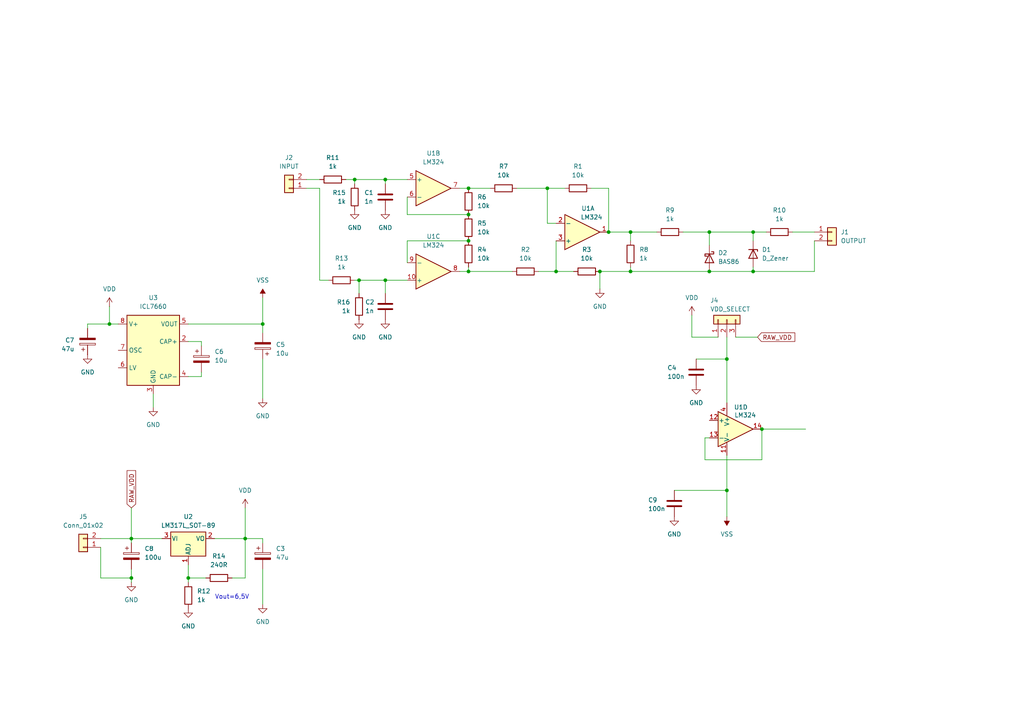
<source format=kicad_sch>
(kicad_sch (version 20231120) (generator "eeschema") (generator_version "8.0")
  (paper "A4")
  (lib_symbols
    (symbol "Amplifier_Operational:LM324" (pin_names (offset 0.127))
      (property "Reference" "U" (at 0 5.08 0))
      (property "Value" "LM324" (at 0 -5.08 0))
      (symbol "LM324_1_1"
        (polyline (pts (xy -5.08 5.08) (xy 5.08 0) (xy -5.08 -5.08) (xy -5.08 5.08)) (stroke (width 0.254)) (fill (type background)))
        (pin output line (at 7.62 0 180) (length 2.54) (name "~") (number "1"))
        (pin input line (at -7.62 -2.54 0) (length 2.54) (name "-") (number "2"))
        (pin input line (at -7.62 2.54 0) (length 2.54) (name "+") (number "3"))
      )
      (symbol "LM324_2_1"
        (polyline (pts (xy -5.08 5.08) (xy 5.08 0) (xy -5.08 -5.08) (xy -5.08 5.08)) (stroke (width 0.254)) (fill (type background)))
        (pin input line (at -7.62 2.54 0) (length 2.54) (name "+") (number "5"))
        (pin input line (at -7.62 -2.54 0) (length 2.54) (name "-") (number "6"))
        (pin output line (at 7.62 0 180) (length 2.54) (name "~") (number "7"))
      )
      (symbol "LM324_3_1"
        (polyline (pts (xy -5.08 5.08) (xy 5.08 0) (xy -5.08 -5.08) (xy -5.08 5.08)) (stroke (width 0.254)) (fill (type background)))
        (pin input line (at -7.62 2.54 0) (length 2.54) (name "+") (number "10"))
        (pin output line (at 7.62 0 180) (length 2.54) (name "~") (number "8"))
        (pin input line (at -7.62 -2.54 0) (length 2.54) (name "-") (number "9"))
      )
      (symbol "LM324_4_1"
        (polyline (pts (xy -5.08 5.08) (xy 5.08 0) (xy -5.08 -5.08) (xy -5.08 5.08)) (stroke (width 0.254)) (fill (type background)))
        (pin input line (at -7.62 2.54 0) (length 2.54) (name "+") (number "12"))
        (pin input line (at -7.62 -2.54 0) (length 2.54) (name "-") (number "13"))
        (pin output line (at 7.62 0 180) (length 2.54) (name "~") (number "14"))
      )
      (symbol "LM324_5_1"
        (pin power_in line (at -2.54 -7.62 90) (length 3.81) (name "V-") (number "11"))
        (pin power_in line (at -2.54 7.62 270) (length 3.81) (name "V+") (number "4"))
      )
    )
    (symbol "Connector_Generic:Conn_01x02" (pin_names (offset 1.016) hide)
      (property "Reference" "J" (at 0 2.54 0))
      (property "Value" "Conn_01x02" (at 0 -5.08 0))
      (symbol "Conn_01x02_1_1"
        (rectangle (start -1.27 -2.413) (end 0 -2.667) (stroke (width 0.1524)))
        (rectangle (start -1.27 0.127) (end 0 -0.127) (stroke (width 0.1524)))
        (rectangle (start -1.27 1.27) (end 1.27 -3.81) (stroke (width 0.254)) (fill (type background)))
        (pin passive line (at -5.08 0 0) (length 3.81) (name "Pin_1") (number "1"))
        (pin passive line (at -5.08 -2.54 0) (length 3.81) (name "Pin_2") (number "2"))
      )
    )
    (symbol "Connector_Generic:Conn_01x03" (pin_names (offset 1.016) hide)
      (property "Reference" "J" (at 0 5.08 0))
      (property "Value" "Conn_01x03" (at 0 -5.08 0))
      (symbol "Conn_01x03_1_1"
        (rectangle (start -1.27 -2.413) (end 0 -2.667) (stroke (width 0.1524)))
        (rectangle (start -1.27 0.127) (end 0 -0.127) (stroke (width 0.1524)))
        (rectangle (start -1.27 2.667) (end 0 2.413) (stroke (width 0.1524)))
        (rectangle (start -1.27 3.81) (end 1.27 -3.81) (stroke (width 0.254)) (fill (type background)))
        (pin passive line (at -5.08 2.54 0) (length 3.81) (name "Pin_1") (number "1"))
        (pin passive line (at -5.08 0 0) (length 3.81) (name "Pin_2") (number "2"))
        (pin passive line (at -5.08 -2.54 0) (length 3.81) (name "Pin_3") (number "3"))
      )
    )
    (symbol "Device:C" (pin_numbers hide) (pin_names (offset 0.254))
      (property "Reference" "C" (at 0.635 2.54 0))
      (property "Value" "C" (at 0.635 -2.54 0))
      (symbol "C_0_1"
        (polyline (pts (xy -2.032 -0.762) (xy 2.032 -0.762)) (stroke (width 0.508)))
        (polyline (pts (xy -2.032 0.762) (xy 2.032 0.762)) (stroke (width 0.508)))
      )
      (symbol "C_1_1"
        (pin passive line (at 0 3.81 270) (length 2.794) (name "~") (number "1"))
        (pin passive line (at 0 -3.81 90) (length 2.794) (name "~") (number "2"))
      )
    )
    (symbol "Device:C_Polarized" (pin_numbers hide) (pin_names (offset 0.254))
      (property "Reference" "C" (at 0.635 2.54 0))
      (property "Value" "C_Polarized" (at 0.635 -2.54 0))
      (symbol "C_Polarized_0_1"
        (rectangle (start -2.286 0.508) (end 2.286 1.016))
        (polyline (pts (xy -1.778 2.286) (xy -0.762 2.286)))
        (polyline (pts (xy -1.27 2.794) (xy -1.27 1.778)))
        (rectangle (start 2.286 -0.508) (end -2.286 -1.016) (fill (type outline)))
      )
      (symbol "C_Polarized_1_1"
        (pin passive line (at 0 3.81 270) (length 2.794) (name "~") (number "1"))
        (pin passive line (at 0 -3.81 90) (length 2.794) (name "~") (number "2"))
      )
    )
    (symbol "Device:D_Schottky" (pin_numbers hide) (pin_names (offset 1.016) hide)
      (property "Reference" "D" (at 0 2.54 0))
      (property "Value" "D_Schottky" (at 0 -2.54 0))
      (symbol "D_Schottky_0_1"
        (polyline (pts (xy 1.27 0) (xy -1.27 0)))
        (polyline (pts (xy 1.27 1.27) (xy 1.27 -1.27) (xy -1.27 0) (xy 1.27 1.27)) (stroke (width 0.254)))
        (polyline (pts (xy -1.905 0.635) (xy -1.905 1.27) (xy -1.27 1.27) (xy -1.27 -1.27) (xy -0.635 -1.27) (xy -0.635 -0.635)) (stroke (width 0.254)))
      )
      (symbol "D_Schottky_1_1"
        (pin passive line (at -3.81 0 0) (length 2.54) (name "K") (number "1"))
        (pin passive line (at 3.81 0 180) (length 2.54) (name "A") (number "2"))
      )
    )
    (symbol "Device:D_Zener" (pin_numbers hide) (pin_names (offset 1.016) hide)
      (property "Reference" "D" (at 0 2.54 0))
      (property "Value" "D_Zener" (at 0 -2.54 0))
      (symbol "D_Zener_0_1"
        (polyline (pts (xy 1.27 0) (xy -1.27 0)))
        (polyline (pts (xy -1.27 -1.27) (xy -1.27 1.27) (xy -0.762 1.27)) (stroke (width 0.254)))
        (polyline (pts (xy 1.27 -1.27) (xy 1.27 1.27) (xy -1.27 0) (xy 1.27 -1.27)) (stroke (width 0.254)))
      )
      (symbol "D_Zener_1_1"
        (pin passive line (at -3.81 0 0) (length 2.54) (name "K") (number "1"))
        (pin passive line (at 3.81 0 180) (length 2.54) (name "A") (number "2"))
      )
    )
    (symbol "Device:R" (pin_numbers hide) (pin_names (offset 0))
      (property "Reference" "R" (at 2.032 0 90))
      (property "Value" "R" (at 0 0 90))
      (symbol "R_0_1"
        (rectangle (start -1.016 -2.54) (end 1.016 2.54) (stroke (width 0.254)))
      )
      (symbol "R_1_1"
        (pin passive line (at 0 3.81 270) (length 1.27) (name "~") (number "1"))
        (pin passive line (at 0 -3.81 90) (length 1.27) (name "~") (number "2"))
      )
    )
    (symbol "Regulator_Linear:LM317L_SOT-89" (pin_names (offset 0.254))
      (property "Reference" "U" (at -3.81 3.175 0))
      (property "Value" "LM317L_SOT-89" (at 0 3.175 0))
      (symbol "LM317L_SOT-89_0_1"
        (rectangle (start -5.08 1.905) (end 5.08 -5.08) (stroke (width 0.254)) (fill (type background)))
      )
      (symbol "LM317L_SOT-89_1_1"
        (pin input line (at 0 -7.62 90) (length 2.54) (name "ADJ") (number "1"))
        (pin power_out line (at 7.62 0 180) (length 2.54) (name "VO") (number "2"))
        (pin power_in line (at -7.62 0 0) (length 2.54) (name "VI") (number "3"))
      )
    )
    (symbol "Regulator_SwitchedCapacitor:ICL7660"
      (property "Reference" "U" (at -6.35 11.43 0))
      (property "Value" "ICL7660" (at 3.81 11.43 0))
      (symbol "ICL7660_0_1"
        (rectangle (start -7.62 10.16) (end 7.62 -10.16) (stroke (width 0.254)) (fill (type background)))
      )
      (symbol "ICL7660_1_1"
        (pin no_connect line (at -7.62 5.08 0) (length 2.54) hide (name "NC") (number "1"))
        (pin input line (at 10.16 2.54 180) (length 2.54) (name "CAP+") (number "2"))
        (pin power_in line (at 0 -12.7 90) (length 2.54) (name "GND") (number "3"))
        (pin input line (at 10.16 -7.62 180) (length 2.54) (name "CAP-") (number "4"))
        (pin power_out line (at 10.16 7.62 180) (length 2.54) (name "VOUT") (number "5"))
        (pin input line (at -10.16 -5.08 0) (length 2.54) (name "LV") (number "6"))
        (pin input line (at -10.16 0 0) (length 2.54) (name "OSC") (number "7"))
        (pin power_in line (at -10.16 7.62 0) (length 2.54) (name "V+") (number "8"))
      )
    )
    (symbol "power:GND" (power) (pin_numbers hide) (pin_names (offset 0) hide)
      (property "Value" "GND" (at 0 -3.81 0))
      (symbol "GND_0_1"
        (polyline (pts (xy 0 0) (xy 0 -1.27) (xy 1.27 -1.27) (xy 0 -2.54) (xy -1.27 -1.27) (xy 0 -1.27)))
      )
      (symbol "GND_1_1"
        (pin power_in line (at 0 0 270) (length 0) (name "~") (number "1"))
      )
    )
    (symbol "power:VDD" (power) (pin_numbers hide) (pin_names (offset 0) hide)
      (property "Value" "VDD" (at 0 3.556 0))
      (symbol "VDD_0_1"
        (polyline (pts (xy -0.762 1.27) (xy 0 2.54)))
        (polyline (pts (xy 0 0) (xy 0 2.54)))
        (polyline (pts (xy 0 2.54) (xy 0.762 1.27)))
      )
      (symbol "VDD_1_1"
        (pin power_in line (at 0 0 90) (length 0) (name "~") (number "1"))
      )
    )
    (symbol "power:VSS" (power) (pin_numbers hide) (pin_names (offset 0) hide)
      (property "Value" "VSS" (at 0 3.556 0))
      (symbol "VSS_0_1"
        (polyline (pts (xy 0 0) (xy 0 2.54)))
        (polyline (pts (xy 0.762 1.27) (xy -0.762 1.27) (xy 0 2.54) (xy 0.762 1.27)) (fill (type outline)))
      )
      (symbol "VSS_1_1"
        (pin power_in line (at 0 0 90) (length 0) (name "~") (number "1"))
      )
    )
  )
  (junction (at 210.82 104.14))
  (junction (at 173.99 78.74))
  (junction (at 205.74 78.74))
  (junction (at 102.87 52.07))
  (junction (at 104.14 81.28))
  (junction (at 71.12 156.21))
  (junction (at 218.44 78.74))
  (junction (at 54.61 167.64))
  (junction (at 135.89 78.74))
  (junction (at 218.44 67.31))
  (junction (at 38.1 156.21))
  (junction (at 182.88 78.74))
  (junction (at 182.88 67.31))
  (junction (at 158.75 54.61))
  (junction (at 111.76 81.28))
  (junction (at 205.74 67.31))
  (junction (at 38.1 167.64))
  (junction (at 220.98 124.46))
  (junction (at 31.75 93.98))
  (junction (at 210.82 142.24))
  (junction (at 176.53 67.31))
  (junction (at 76.2 93.98))
  (junction (at 111.76 52.07))
  (junction (at 161.29 78.74))
  (junction (at 135.89 54.61))
  (junction (at 135.89 69.85))
  (junction (at 135.89 62.23))
  (wire (pts (xy 58.42 107.95) (xy 58.42 109.22)))
  (wire (pts (xy 204.47 133.35) (xy 220.98 133.35)))
  (wire (pts (xy 38.1 167.64) (xy 38.1 165.1)))
  (wire (pts (xy 133.35 54.61) (xy 135.89 54.61)))
  (wire (pts (xy 92.71 54.61) (xy 92.71 81.28)))
  (wire (pts (xy 100.33 52.07) (xy 102.87 52.07)))
  (wire (pts (xy 38.1 156.21) (xy 38.1 157.48)))
  (wire (pts (xy 218.44 78.74) (xy 236.22 78.74)))
  (wire (pts (xy 133.35 78.74) (xy 135.89 78.74)))
  (wire (pts (xy 58.42 99.06) (xy 54.61 99.06)))
  (wire (pts (xy 76.2 156.21) (xy 76.2 157.48)))
  (wire (pts (xy 29.21 156.21) (xy 38.1 156.21)))
  (wire (pts (xy 54.61 163.83) (xy 54.61 167.64)))
  (wire (pts (xy 218.44 67.31) (xy 218.44 69.85)))
  (wire (pts (xy 161.29 69.85) (xy 161.29 78.74)))
  (wire (pts (xy 176.53 54.61) (xy 176.53 67.31)))
  (wire (pts (xy 62.23 156.21) (xy 71.12 156.21)))
  (wire (pts (xy 200.66 97.79) (xy 200.66 91.44)))
  (wire (pts (xy 46.99 156.21) (xy 38.1 156.21)))
  (wire (pts (xy 229.87 67.31) (xy 236.22 67.31)))
  (wire (pts (xy 210.82 149.86) (xy 210.82 142.24)))
  (wire (pts (xy 111.76 81.28) (xy 118.11 81.28)))
  (wire (pts (xy 171.45 54.61) (xy 176.53 54.61)))
  (wire (pts (xy 54.61 167.64) (xy 54.61 168.91)))
  (wire (pts (xy 31.75 93.98) (xy 34.29 93.98)))
  (wire (pts (xy 58.42 109.22) (xy 54.61 109.22)))
  (wire (pts (xy 213.36 97.79) (xy 219.71 97.79)))
  (wire (pts (xy 173.99 78.74) (xy 182.88 78.74)))
  (wire (pts (xy 54.61 167.64) (xy 59.69 167.64)))
  (wire (pts (xy 71.12 156.21) (xy 76.2 156.21)))
  (wire (pts (xy 158.75 64.77) (xy 158.75 54.61)))
  (wire (pts (xy 182.88 67.31) (xy 182.88 69.85)))
  (wire (pts (xy 210.82 104.14) (xy 201.93 104.14)))
  (wire (pts (xy 38.1 147.32) (xy 38.1 156.21)))
  (wire (pts (xy 102.87 52.07) (xy 111.76 52.07)))
  (wire (pts (xy 218.44 78.74) (xy 205.74 78.74)))
  (wire (pts (xy 25.4 93.98) (xy 25.4 95.25)))
  (wire (pts (xy 182.88 67.31) (xy 190.5 67.31)))
  (wire (pts (xy 135.89 77.47) (xy 135.89 78.74)))
  (wire (pts (xy 149.86 54.61) (xy 158.75 54.61)))
  (wire (pts (xy 118.11 62.23) (xy 135.89 62.23)))
  (wire (pts (xy 102.87 52.07) (xy 102.87 53.34)))
  (wire (pts (xy 71.12 167.64) (xy 67.31 167.64)))
  (wire (pts (xy 218.44 77.47) (xy 218.44 78.74)))
  (wire (pts (xy 210.82 97.79) (xy 210.82 104.14)))
  (wire (pts (xy 88.9 54.61) (xy 92.71 54.61)))
  (wire (pts (xy 38.1 167.64) (xy 29.21 167.64)))
  (wire (pts (xy 156.21 78.74) (xy 161.29 78.74)))
  (wire (pts (xy 195.58 142.24) (xy 210.82 142.24)))
  (wire (pts (xy 161.29 64.77) (xy 158.75 64.77)))
  (wire (pts (xy 88.9 52.07) (xy 92.71 52.07)))
  (wire (pts (xy 220.98 124.46) (xy 233.68 124.46)))
  (wire (pts (xy 161.29 78.74) (xy 166.37 78.74)))
  (wire (pts (xy 218.44 67.31) (xy 222.25 67.31)))
  (wire (pts (xy 76.2 165.1) (xy 76.2 175.26)))
  (wire (pts (xy 173.99 78.74) (xy 173.99 83.82)))
  (wire (pts (xy 135.89 54.61) (xy 142.24 54.61)))
  (wire (pts (xy 44.45 118.11) (xy 44.45 114.3)))
  (wire (pts (xy 111.76 52.07) (xy 118.11 52.07)))
  (wire (pts (xy 158.75 54.61) (xy 163.83 54.61)))
  (wire (pts (xy 111.76 52.07) (xy 111.76 53.34)))
  (wire (pts (xy 208.28 97.79) (xy 200.66 97.79)))
  (wire (pts (xy 76.2 115.57) (xy 76.2 104.14)))
  (wire (pts (xy 54.61 93.98) (xy 76.2 93.98)))
  (wire (pts (xy 31.75 88.9) (xy 31.75 93.98)))
  (wire (pts (xy 182.88 78.74) (xy 205.74 78.74)))
  (wire (pts (xy 210.82 116.84) (xy 210.82 104.14)))
  (wire (pts (xy 118.11 69.85) (xy 135.89 69.85)))
  (wire (pts (xy 220.98 133.35) (xy 220.98 124.46)))
  (wire (pts (xy 205.74 127) (xy 204.47 127)))
  (wire (pts (xy 76.2 93.98) (xy 76.2 96.52)))
  (wire (pts (xy 104.14 81.28) (xy 104.14 85.09)))
  (wire (pts (xy 236.22 78.74) (xy 236.22 69.85)))
  (wire (pts (xy 92.71 81.28) (xy 95.25 81.28)))
  (wire (pts (xy 71.12 147.32) (xy 71.12 156.21)))
  (wire (pts (xy 58.42 100.33) (xy 58.42 99.06)))
  (wire (pts (xy 205.74 67.31) (xy 205.74 71.12)))
  (wire (pts (xy 135.89 78.74) (xy 148.59 78.74)))
  (wire (pts (xy 204.47 127) (xy 204.47 133.35)))
  (wire (pts (xy 25.4 93.98) (xy 31.75 93.98)))
  (wire (pts (xy 182.88 77.47) (xy 182.88 78.74)))
  (wire (pts (xy 104.14 81.28) (xy 111.76 81.28)))
  (wire (pts (xy 198.12 67.31) (xy 205.74 67.31)))
  (wire (pts (xy 76.2 86.36) (xy 76.2 93.98)))
  (wire (pts (xy 205.74 67.31) (xy 218.44 67.31)))
  (wire (pts (xy 71.12 156.21) (xy 71.12 167.64)))
  (wire (pts (xy 29.21 167.64) (xy 29.21 158.75)))
  (wire (pts (xy 210.82 132.08) (xy 210.82 142.24)))
  (wire (pts (xy 111.76 81.28) (xy 111.76 85.09)))
  (wire (pts (xy 102.87 81.28) (xy 104.14 81.28)))
  (wire (pts (xy 118.11 76.2) (xy 118.11 69.85)))
  (wire (pts (xy 38.1 168.91) (xy 38.1 167.64)))
  (wire (pts (xy 176.53 67.31) (xy 182.88 67.31)))
  (wire (pts (xy 118.11 57.15) (xy 118.11 62.23)))
  (text "Vout=6,5V" (at 67.31 173.228 0) (effects (font (size 1.27 1.27))))
  (global_label "RAW_VDD" (shape input) (at 219.71 97.79 0) (property "Intersheetrefs" "${INTERSHEET_REFS}" (effects (hide yes))))
  (global_label "RAW_VDD" (shape input) (at 38.1 147.32 90) (property "Intersheetrefs" "${INTERSHEET_REFS}" (effects (hide yes))))
  (symbol (lib_id "Device:D_Zener") (at 218.44 73.66 270) (unit 1)
    (property "Reference" "D1" (at 220.98 72.3899 90) (effects (justify left)))
    (property "Value" "D_Zener" (at 220.98 74.9299 90) (effects (justify left)))
    (property "Description" "Zener diode" (effects (hide yes)))
  )
  (symbol (lib_id "Regulator_Linear:LM317L_SOT-89") (at 54.61 156.21 0) (unit 1)
    (property "Reference" "U2" (at 54.61 149.86 0))
    (property "Value" "LM317L_SOT-89" (at 54.61 152.4 0))
    (property "Footprint" "Package_TO_SOT_SMD:SOT-89-3" (effects (hide yes)))
    (property "Datasheet" "http://www.ti.com/lit/ds/symlink/lm317l.pdf" (effects (hide yes)))
    (property "Description" "100mA 35V Adjustable Linear Regulator, SOT-89" (effects (hide yes)))
  )
  (symbol (lib_id "power:GND") (at 54.61 176.53 0) (unit 1)
    (property "Reference" "#PWR05" (effects (hide yes)))
    (property "Value" "GND" (at 54.61 181.61 0))
    (property "Description" "Power symbol creates a global label with name \"GND\" , ground" (effects (hide yes)))
  )
  (symbol (lib_id "power:GND") (at 76.2 115.57 0) (unit 1)
    (property "Reference" "#PWR011" (effects (hide yes)))
    (property "Value" "GND" (at 76.2 120.65 0))
    (property "Description" "Power symbol creates a global label with name \"GND\" , ground" (effects (hide yes)))
  )
  (symbol (lib_id "Amplifier_Operational:LM324") (at 213.36 124.46 0) (unit 5)
    (property "Reference" "U1" (effects (hide yes)))
    (property "Value" "LM324" (effects (hide yes)))
    (property "Datasheet" "http://www.ti.com/lit/ds/symlink/lm2902-n.pdf" (effects (hide yes)))
    (property "Description" "Low-Power, Quad-Operational Amplifiers, DIP-14/SOIC-14/SSOP-14" (effects (hide yes)))
  )
  (symbol (lib_id "Device:R") (at 167.64 54.61 90) (unit 1)
    (property "Reference" "R1" (at 167.64 48.26 90))
    (property "Value" "10k" (at 167.64 50.8 90))
    (property "Description" "Resistor" (effects (hide yes)))
  )
  (symbol (lib_id "power:GND") (at 195.58 149.86 0) (unit 1)
    (property "Reference" "#PWR016" (effects (hide yes)))
    (property "Value" "GND" (at 195.58 154.94 0))
    (property "Description" "Power symbol creates a global label with name \"GND\" , ground" (effects (hide yes)))
  )
  (symbol (lib_id "power:GND") (at 104.14 92.71 0) (unit 1)
    (property "Reference" "#PWR018" (effects (hide yes)))
    (property "Value" "GND" (at 104.14 97.79 0))
    (property "Description" "Power symbol creates a global label with name \"GND\" , ground" (effects (hide yes)))
  )
  (symbol (lib_id "Device:C") (at 195.58 146.05 0) (unit 1)
    (property "Reference" "C9" (at 187.96 145.034 0) (effects (justify left)))
    (property "Value" "100n" (at 187.96 147.574 0) (effects (justify left)))
    (property "Description" "Unpolarized capacitor" (effects (hide yes)))
  )
  (symbol (lib_id "power:VDD") (at 200.66 91.44 0) (unit 1)
    (property "Reference" "#PWR08" (effects (hide yes)))
    (property "Value" "VDD" (at 200.66 86.36 0))
    (property "Description" "Power symbol creates a global label with name \"VDD\"" (effects (hide yes)))
  )
  (symbol (lib_id "Amplifier_Operational:LM324") (at 125.73 54.61 0) (unit 2)
    (property "Reference" "U1" (at 125.73 44.45 0))
    (property "Value" "LM324" (at 125.73 46.99 0))
    (property "Datasheet" "http://www.ti.com/lit/ds/symlink/lm2902-n.pdf" (effects (hide yes)))
    (property "Description" "Low-Power, Quad-Operational Amplifiers, DIP-14/SOIC-14/SSOP-14" (effects (hide yes)))
  )
  (symbol (lib_id "Device:C_Polarized") (at 38.1 161.29 0) (unit 1)
    (property "Reference" "C8" (at 41.91 159.1309 0) (effects (justify left)))
    (property "Value" "100u" (at 41.91 161.6709 0) (effects (justify left)))
    (property "Description" "Polarized capacitor" (effects (hide yes)))
  )
  (symbol (lib_id "Device:C_Polarized") (at 76.2 161.29 0) (unit 1)
    (property "Reference" "C3" (at 80.01 159.1309 0) (effects (justify left)))
    (property "Value" "47u" (at 80.01 161.6709 0) (effects (justify left)))
    (property "Description" "Polarized capacitor" (effects (hide yes)))
  )
  (symbol (lib_id "Device:R") (at 135.89 58.42 180) (unit 1)
    (property "Reference" "R6" (at 138.43 57.1499 0) (effects (justify right)))
    (property "Value" "10k" (at 138.43 59.6899 0) (effects (justify right)))
    (property "Description" "Resistor" (effects (hide yes)))
  )
  (symbol (lib_id "Device:C_Polarized") (at 25.4 99.06 0) (mirror x) (unit 1)
    (property "Reference" "C7" (at 21.59 98.6789 0) (effects (justify right)))
    (property "Value" "47u" (at 21.59 101.2189 0) (effects (justify right)))
    (property "Description" "Polarized capacitor" (effects (hide yes)))
  )
  (symbol (lib_id "Device:R") (at 96.52 52.07 270) (unit 1)
    (property "Reference" "R11" (at 96.52 45.72 90))
    (property "Value" "1k" (at 96.52 48.26 90))
    (property "Description" "Resistor" (effects (hide yes)))
  )
  (symbol (lib_id "Connector_Generic:Conn_01x02") (at 241.3 67.31 0) (unit 1)
    (property "Reference" "J1" (at 243.84 67.3099 0) (effects (justify left)))
    (property "Value" "OUTPUT" (at 243.84 69.8499 0) (effects (justify left)))
    (property "Description" "Generic connector, single row, 01x02, script generated (kicad-library-utils/schlib/autogen/connector/)" (effects (hide yes)))
  )
  (symbol (lib_id "power:GND") (at 102.87 60.96 0) (unit 1)
    (property "Reference" "#PWR017" (effects (hide yes)))
    (property "Value" "GND" (at 102.87 66.04 0))
    (property "Description" "Power symbol creates a global label with name \"GND\" , ground" (effects (hide yes)))
  )
  (symbol (lib_id "power:VDD") (at 71.12 147.32 0) (unit 1)
    (property "Reference" "#PWR06" (effects (hide yes)))
    (property "Value" "VDD" (at 71.12 142.24 0))
    (property "Description" "Power symbol creates a global label with name \"VDD\"" (effects (hide yes)))
  )
  (symbol (lib_id "Device:R") (at 54.61 172.72 0) (unit 1)
    (property "Reference" "R12" (at 57.15 171.4499 0) (effects (justify left)))
    (property "Value" "1k" (at 57.15 173.9899 0) (effects (justify left)))
    (property "Description" "Resistor" (effects (hide yes)))
  )
  (symbol (lib_id "Device:C_Polarized") (at 58.42 104.14 0) (unit 1)
    (property "Reference" "C6" (at 62.23 101.9809 0) (effects (justify left)))
    (property "Value" "10u" (at 62.23 104.5209 0) (effects (justify left)))
    (property "Description" "Polarized capacitor" (effects (hide yes)))
  )
  (symbol (lib_id "power:GND") (at 173.99 83.82 0) (unit 1)
    (property "Reference" "#PWR01" (effects (hide yes)))
    (property "Value" "GND" (at 173.99 88.9 0))
    (property "Description" "Power symbol creates a global label with name \"GND\" , ground" (effects (hide yes)))
  )
  (symbol (lib_id "power:GND") (at 76.2 175.26 0) (unit 1)
    (property "Reference" "#PWR07" (effects (hide yes)))
    (property "Value" "GND" (at 76.2 180.34 0))
    (property "Description" "Power symbol creates a global label with name \"GND\" , ground" (effects (hide yes)))
  )
  (symbol (lib_id "power:GND") (at 111.76 60.96 0) (unit 1)
    (property "Reference" "#PWR02" (effects (hide yes)))
    (property "Value" "GND" (at 111.76 66.04 0))
    (property "Description" "Power symbol creates a global label with name \"GND\" , ground" (effects (hide yes)))
  )
  (symbol (lib_id "Device:D_Schottky") (at 205.74 74.93 270) (unit 1)
    (property "Reference" "D2" (at 208.28 73.3424 90) (effects (justify left)))
    (property "Value" "BAS86" (at 208.28 75.8824 90) (effects (justify left)))
    (property "Description" "Schottky diode" (effects (hide yes)))
  )
  (symbol (lib_id "power:GND") (at 25.4 102.87 0) (unit 1)
    (property "Reference" "#PWR014" (effects (hide yes)))
    (property "Value" "GND" (at 25.4 107.95 0))
    (property "Description" "Power symbol creates a global label with name \"GND\" , ground" (effects (hide yes)))
  )
  (symbol (lib_id "Device:R") (at 146.05 54.61 270) (unit 1)
    (property "Reference" "R7" (at 146.05 48.26 90))
    (property "Value" "10k" (at 146.05 50.8 90))
    (property "Description" "Resistor" (effects (hide yes)))
  )
  (symbol (lib_id "power:VSS") (at 76.2 86.36 0) (unit 1)
    (property "Reference" "#PWR012" (effects (hide yes)))
    (property "Value" "VSS" (at 76.2 81.28 0))
    (property "Description" "Power symbol creates a global label with name \"VSS\"" (effects (hide yes)))
  )
  (symbol (lib_id "Amplifier_Operational:LM324") (at 168.91 67.31 0) (mirror x) (unit 1)
    (property "Reference" "U1" (at 172.466 60.452 0) (effects (justify right)))
    (property "Value" "LM324" (at 174.752 62.992 0) (effects (justify right)))
    (property "Datasheet" "http://www.ti.com/lit/ds/symlink/lm2902-n.pdf" (effects (hide yes)))
    (property "Description" "Low-Power, Quad-Operational Amplifiers, DIP-14/SOIC-14/SSOP-14" (effects (hide yes)))
  )
  (symbol (lib_id "Connector_Generic:Conn_01x02") (at 83.82 54.61 180) (unit 1)
    (property "Reference" "J2" (at 83.82 45.72 0))
    (property "Value" "INPUT" (at 83.82 48.26 0))
    (property "Description" "Generic connector, single row, 01x02, script generated (kicad-library-utils/schlib/autogen/connector/)" (effects (hide yes)))
  )
  (symbol (lib_id "Device:R") (at 182.88 73.66 180) (unit 1)
    (property "Reference" "R8" (at 185.42 72.3899 0) (effects (justify right)))
    (property "Value" "1k" (at 185.42 74.9299 0) (effects (justify right)))
    (property "Description" "Resistor" (effects (hide yes)))
  )
  (symbol (lib_id "Amplifier_Operational:LM324") (at 213.36 124.46 0) (unit 4)
    (property "Reference" "U1" (at 214.884 118.11 0))
    (property "Value" "LM324" (at 216.154 120.396 0))
    (property "Datasheet" "http://www.ti.com/lit/ds/symlink/lm2902-n.pdf" (effects (hide yes)))
    (property "Description" "Low-Power, Quad-Operational Amplifiers, DIP-14/SOIC-14/SSOP-14" (effects (hide yes)))
  )
  (symbol (lib_id "Regulator_SwitchedCapacitor:ICL7660") (at 44.45 101.6 0) (unit 1)
    (property "Reference" "U3" (at 44.45 86.36 0))
    (property "Value" "ICL7660" (at 44.45 88.9 0))
    (property "Datasheet" "http://datasheets.maximintegrated.com/en/ds/ICL7660-MAX1044.pdf" (effects (hide yes)))
    (property "Description" "Switched-Capacitor Voltage Converter, 1.5V to 10.0V operating supply voltage, 10mA with a 0.5V output drop, SO-8/DIP-8/µMAX-8/TO-99" (effects (hide yes)))
  )
  (symbol (lib_id "Amplifier_Operational:LM324") (at 125.73 78.74 0) (mirror x) (unit 3)
    (property "Reference" "U1" (at 125.73 68.58 0))
    (property "Value" "LM324" (at 125.73 71.12 0))
    (property "Datasheet" "http://www.ti.com/lit/ds/symlink/lm2902-n.pdf" (effects (hide yes)))
    (property "Description" "Low-Power, Quad-Operational Amplifiers, DIP-14/SOIC-14/SSOP-14" (effects (hide yes)))
  )
  (symbol (lib_id "Device:R") (at 102.87 57.15 0) (mirror y) (unit 1)
    (property "Reference" "R15" (at 100.33 55.8799 0) (effects (justify left)))
    (property "Value" "1k" (at 100.33 58.4199 0) (effects (justify left)))
    (property "Description" "Resistor" (effects (hide yes)))
  )
  (symbol (lib_id "power:VSS") (at 210.82 149.86 180) (unit 1)
    (property "Reference" "#PWR013" (effects (hide yes)))
    (property "Value" "VSS" (at 210.82 154.94 0))
    (property "Description" "Power symbol creates a global label with name \"VSS\"" (effects (hide yes)))
  )
  (symbol (lib_id "Device:R") (at 135.89 73.66 180) (unit 1)
    (property "Reference" "R4" (at 138.43 72.3899 0) (effects (justify right)))
    (property "Value" "10k" (at 138.43 74.9299 0) (effects (justify right)))
    (property "Description" "Resistor" (effects (hide yes)))
  )
  (symbol (lib_id "Connector_Generic:Conn_01x03") (at 210.82 92.71 90) (unit 1)
    (property "Reference" "J4" (at 205.994 87.122 90) (effects (justify right)))
    (property "Value" "VDD_SELECT" (at 205.994 89.662 90) (effects (justify right)))
    (property "Description" "Generic connector, single row, 01x03, script generated (kicad-library-utils/schlib/autogen/connector/)" (effects (hide yes)))
  )
  (symbol (lib_id "power:VDD") (at 31.75 88.9 0) (unit 1)
    (property "Reference" "#PWR04" (effects (hide yes)))
    (property "Value" "VDD" (at 31.75 83.82 0))
    (property "Description" "Power symbol creates a global label with name \"VDD\"" (effects (hide yes)))
  )
  (symbol (lib_id "power:GND") (at 111.76 92.71 0) (unit 1)
    (property "Reference" "#PWR03" (effects (hide yes)))
    (property "Value" "GND" (at 111.76 97.79 0))
    (property "Description" "Power symbol creates a global label with name \"GND\" , ground" (effects (hide yes)))
  )
  (symbol (lib_id "Device:R") (at 63.5 167.64 90) (unit 1)
    (property "Reference" "R14" (at 63.5 161.29 90))
    (property "Value" "240R" (at 63.5 163.83 90))
    (property "Description" "Resistor" (effects (hide yes)))
  )
  (symbol (lib_id "power:GND") (at 38.1 168.91 0) (unit 1)
    (property "Reference" "#PWR015" (effects (hide yes)))
    (property "Value" "GND" (at 38.1 173.99 0))
    (property "Description" "Power symbol creates a global label with name \"GND\" , ground" (effects (hide yes)))
  )
  (symbol (lib_id "Device:R") (at 104.14 88.9 0) (mirror y) (unit 1)
    (property "Reference" "R16" (at 101.6 87.6299 0) (effects (justify left)))
    (property "Value" "1k" (at 101.6 90.1699 0) (effects (justify left)))
    (property "Description" "Resistor" (effects (hide yes)))
  )
  (symbol (lib_id "Connector_Generic:Conn_01x02") (at 24.13 158.75 180) (unit 1)
    (property "Reference" "J5" (at 24.13 149.86 0))
    (property "Value" "Conn_01x02" (at 24.13 152.4 0))
    (property "Description" "Generic connector, single row, 01x02, script generated (kicad-library-utils/schlib/autogen/connector/)" (effects (hide yes)))
  )
  (symbol (lib_id "Device:R") (at 194.31 67.31 270) (unit 1)
    (property "Reference" "R9" (at 194.31 60.96 90))
    (property "Value" "1k" (at 194.31 63.5 90))
    (property "Description" "Resistor" (effects (hide yes)))
  )
  (symbol (lib_id "power:GND") (at 44.45 118.11 0) (unit 1)
    (property "Reference" "#PWR010" (effects (hide yes)))
    (property "Value" "GND" (at 44.45 123.19 0))
    (property "Description" "Power symbol creates a global label with name \"GND\" , ground" (effects (hide yes)))
  )
  (symbol (lib_id "Device:C_Polarized") (at 76.2 100.33 180) (unit 1)
    (property "Reference" "C5" (at 80.01 99.9489 0) (effects (justify right)))
    (property "Value" "10u" (at 80.01 102.4889 0) (effects (justify right)))
    (property "Description" "Polarized capacitor" (effects (hide yes)))
  )
  (symbol (lib_id "Device:R") (at 170.18 78.74 90) (unit 1)
    (property "Reference" "R3" (at 170.18 72.39 90))
    (property "Value" "10k" (at 170.18 74.93 90))
    (property "Description" "Resistor" (effects (hide yes)))
  )
  (symbol (lib_id "Device:C") (at 201.93 107.95 0) (unit 1)
    (property "Reference" "C4" (at 193.548 106.68 0) (effects (justify left)))
    (property "Value" "100n" (at 193.548 109.22 0) (effects (justify left)))
    (property "Description" "Unpolarized capacitor" (effects (hide yes)))
  )
  (symbol (lib_id "Device:R") (at 226.06 67.31 270) (unit 1)
    (property "Reference" "R10" (at 226.06 60.96 90))
    (property "Value" "1k" (at 226.06 63.5 90))
    (property "Description" "Resistor" (effects (hide yes)))
  )
  (symbol (lib_id "Device:R") (at 152.4 78.74 90) (unit 1)
    (property "Reference" "R2" (at 152.4 72.39 90))
    (property "Value" "10k" (at 152.4 74.93 90))
    (property "Description" "Resistor" (effects (hide yes)))
  )
  (symbol (lib_id "Device:R") (at 135.89 66.04 180) (unit 1)
    (property "Reference" "R5" (at 138.43 64.7699 0) (effects (justify right)))
    (property "Value" "10k" (at 138.43 67.3099 0) (effects (justify right)))
    (property "Description" "Resistor" (effects (hide yes)))
  )
  (symbol (lib_id "power:GND") (at 201.93 111.76 0) (unit 1)
    (property "Reference" "#PWR09" (effects (hide yes)))
    (property "Value" "GND" (at 201.93 116.84 0))
    (property "Description" "Power symbol creates a global label with name \"GND\" , ground" (effects (hide yes)))
  )
  (symbol (lib_id "Device:C") (at 111.76 57.15 0) (unit 1)
    (property "Reference" "C1" (at 105.664 55.88 0) (effects (justify left)))
    (property "Value" "1n" (at 105.664 58.42 0) (effects (justify left)))
    (property "Description" "Unpolarized capacitor" (effects (hide yes)))
  )
  (symbol (lib_id "Device:R") (at 99.06 81.28 270) (unit 1)
    (property "Reference" "R13" (at 99.06 74.93 90))
    (property "Value" "1k" (at 99.06 77.47 90))
    (property "Description" "Resistor" (effects (hide yes)))
  )
  (symbol (lib_id "Device:C") (at 111.76 88.9 0) (unit 1)
    (property "Reference" "C2" (at 105.918 87.63 0) (effects (justify left)))
    (property "Value" "1n" (at 105.918 90.17 0) (effects (justify left)))
    (property "Description" "Unpolarized capacitor" (effects (hide yes)))
  )
)
</source>
